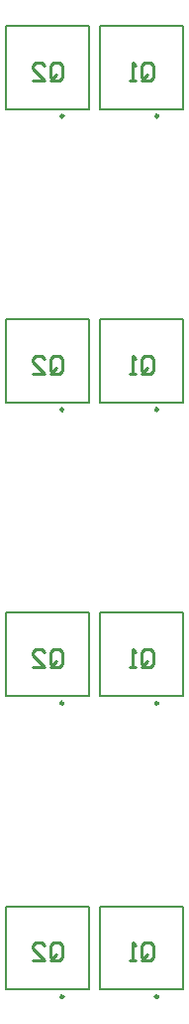
<source format=gbo>
G04*
G04 #@! TF.GenerationSoftware,Altium Limited,Altium Designer,21.4.1 (30)*
G04*
G04 Layer_Color=32896*
%FSLAX44Y44*%
%MOMM*%
G71*
G04*
G04 #@! TF.SameCoordinates,D2FBEB8F-326A-44D8-8F55-22F389190F62*
G04*
G04*
G04 #@! TF.FilePolarity,Positive*
G04*
G01*
G75*
%ADD20C,0.2000*%
%ADD39C,0.2500*%
%ADD45C,0.2540*%
D20*
X286310Y91295D02*
Y162295D01*
X215310D02*
X286310D01*
X215310Y91295D02*
Y162295D01*
Y91295D02*
X286310D01*
X367336D02*
Y162295D01*
X296336D02*
X367336D01*
X296336Y91295D02*
Y162295D01*
Y91295D02*
X367336D01*
X286310Y341295D02*
Y412295D01*
X215310D02*
X286310D01*
X215310Y341295D02*
Y412295D01*
Y341295D02*
X286310D01*
X367336D02*
Y412295D01*
X296336D02*
X367336D01*
X296336Y341295D02*
Y412295D01*
Y341295D02*
X367336D01*
X286310Y591295D02*
Y662295D01*
X215310D02*
X286310D01*
X215310Y591295D02*
Y662295D01*
Y591295D02*
X286310D01*
X367336D02*
Y662295D01*
X296336D02*
X367336D01*
X296336Y591295D02*
Y662295D01*
Y591295D02*
X367336D01*
X286310Y841295D02*
Y912295D01*
X215310D02*
X286310D01*
X215310Y841295D02*
Y912295D01*
Y841295D02*
X286310D01*
X367336D02*
Y912295D01*
X296336D02*
X367336D01*
X296336Y841295D02*
Y912295D01*
Y841295D02*
X367336D01*
D39*
X264760Y85295D02*
G03*
X264760Y85295I-1250J0D01*
G01*
X345786D02*
G03*
X345786Y85295I-1250J0D01*
G01*
X264760Y335295D02*
G03*
X264760Y335295I-1250J0D01*
G01*
X345786D02*
G03*
X345786Y335295I-1250J0D01*
G01*
X264760Y585295D02*
G03*
X264760Y585295I-1250J0D01*
G01*
X345786D02*
G03*
X345786Y585295I-1250J0D01*
G01*
X264760Y835295D02*
G03*
X264760Y835295I-1250J0D01*
G01*
X345786D02*
G03*
X345786Y835295I-1250J0D01*
G01*
D45*
X253353Y118412D02*
Y128569D01*
X255892Y131108D01*
X260971D01*
X263510Y128569D01*
Y118412D01*
X260971Y115873D01*
X255892D01*
X258431Y120951D02*
X253353Y115873D01*
X255892D02*
X253353Y118412D01*
X238118Y115873D02*
X248275D01*
X238118Y126030D01*
Y128569D01*
X240657Y131108D01*
X245736D01*
X248275Y128569D01*
X331839Y118412D02*
Y128569D01*
X334378Y131108D01*
X339457D01*
X341996Y128569D01*
Y118412D01*
X339457Y115873D01*
X334378D01*
X336917Y120951D02*
X331839Y115873D01*
X334378D02*
X331839Y118412D01*
X326761Y115873D02*
X321683D01*
X324222D01*
Y131108D01*
X326761Y128569D01*
X253353Y368412D02*
Y378569D01*
X255892Y381108D01*
X260971D01*
X263510Y378569D01*
Y368412D01*
X260971Y365873D01*
X255892D01*
X258431Y370951D02*
X253353Y365873D01*
X255892D02*
X253353Y368412D01*
X238118Y365873D02*
X248275D01*
X238118Y376030D01*
Y378569D01*
X240657Y381108D01*
X245736D01*
X248275Y378569D01*
X331839Y368412D02*
Y378569D01*
X334378Y381108D01*
X339457D01*
X341996Y378569D01*
Y368412D01*
X339457Y365873D01*
X334378D01*
X336917Y370951D02*
X331839Y365873D01*
X334378D02*
X331839Y368412D01*
X326761Y365873D02*
X321683D01*
X324222D01*
Y381108D01*
X326761Y378569D01*
X253353Y618412D02*
Y628569D01*
X255892Y631108D01*
X260971D01*
X263510Y628569D01*
Y618412D01*
X260971Y615873D01*
X255892D01*
X258431Y620951D02*
X253353Y615873D01*
X255892D02*
X253353Y618412D01*
X238118Y615873D02*
X248275D01*
X238118Y626030D01*
Y628569D01*
X240657Y631108D01*
X245736D01*
X248275Y628569D01*
X331839Y618412D02*
Y628569D01*
X334378Y631108D01*
X339457D01*
X341996Y628569D01*
Y618412D01*
X339457Y615873D01*
X334378D01*
X336917Y620951D02*
X331839Y615873D01*
X334378D02*
X331839Y618412D01*
X326761Y615873D02*
X321683D01*
X324222D01*
Y631108D01*
X326761Y628569D01*
X253353Y868412D02*
Y878569D01*
X255892Y881108D01*
X260971D01*
X263510Y878569D01*
Y868412D01*
X260971Y865873D01*
X255892D01*
X258431Y870951D02*
X253353Y865873D01*
X255892D02*
X253353Y868412D01*
X238118Y865873D02*
X248275D01*
X238118Y876030D01*
Y878569D01*
X240657Y881108D01*
X245736D01*
X248275Y878569D01*
X331839Y868412D02*
Y878569D01*
X334378Y881108D01*
X339457D01*
X341996Y878569D01*
Y868412D01*
X339457Y865873D01*
X334378D01*
X336917Y870951D02*
X331839Y865873D01*
X334378D02*
X331839Y868412D01*
X326761Y865873D02*
X321683D01*
X324222D01*
Y881108D01*
X326761Y878569D01*
M02*

</source>
